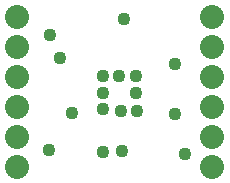
<source format=gbs>
G75*
%MOIN*%
%OFA0B0*%
%FSLAX24Y24*%
%IPPOS*%
%LPD*%
%AMOC8*
5,1,8,0,0,1.08239X$1,22.5*
%
%ADD10C,0.0800*%
%ADD11C,0.0436*%
D10*
X001500Y001000D03*
X001500Y002000D03*
X001500Y003000D03*
X001500Y004000D03*
X001500Y005000D03*
X001500Y006000D03*
X008000Y006000D03*
X008000Y005000D03*
X008000Y004000D03*
X008000Y003000D03*
X008000Y002000D03*
X008000Y001000D03*
D11*
X007083Y001406D03*
X006754Y002750D03*
X005498Y002869D03*
X004958Y002869D03*
X004358Y002908D03*
X004337Y003469D03*
X004337Y004029D03*
X004898Y004029D03*
X005458Y004029D03*
X005458Y003469D03*
X006746Y004415D03*
X005051Y005929D03*
X002911Y004623D03*
X002571Y005390D03*
X003323Y002774D03*
X002567Y001563D03*
X004354Y001498D03*
X004982Y001512D03*
M02*

</source>
